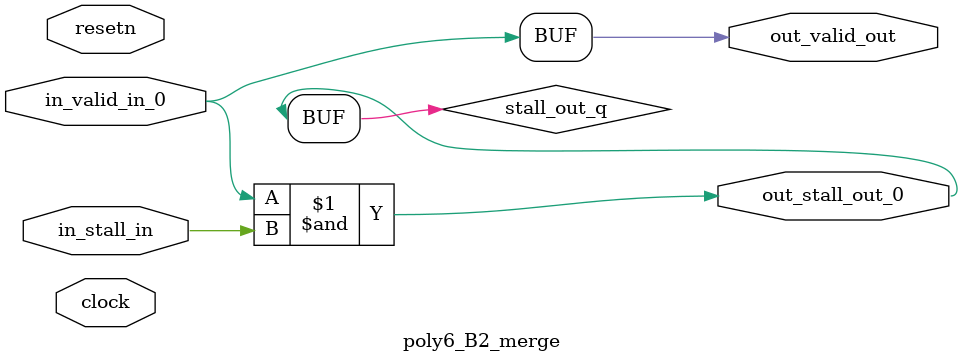
<source format=sv>



(* altera_attribute = "-name AUTO_SHIFT_REGISTER_RECOGNITION OFF; -name MESSAGE_DISABLE 10036; -name MESSAGE_DISABLE 10037; -name MESSAGE_DISABLE 14130; -name MESSAGE_DISABLE 14320; -name MESSAGE_DISABLE 15400; -name MESSAGE_DISABLE 14130; -name MESSAGE_DISABLE 10036; -name MESSAGE_DISABLE 12020; -name MESSAGE_DISABLE 12030; -name MESSAGE_DISABLE 12010; -name MESSAGE_DISABLE 12110; -name MESSAGE_DISABLE 14320; -name MESSAGE_DISABLE 13410; -name MESSAGE_DISABLE 113007; -name MESSAGE_DISABLE 10958" *)
module poly6_B2_merge (
    input wire [0:0] in_stall_in,
    input wire [0:0] in_valid_in_0,
    output wire [0:0] out_stall_out_0,
    output wire [0:0] out_valid_out,
    input wire clock,
    input wire resetn
    );

    wire [0:0] stall_out_q;


    // stall_out(LOGICAL,6)
    assign stall_out_q = in_valid_in_0 & in_stall_in;

    // out_stall_out_0(GPOUT,4)
    assign out_stall_out_0 = stall_out_q;

    // out_valid_out(GPOUT,5)
    assign out_valid_out = in_valid_in_0;

endmodule

</source>
